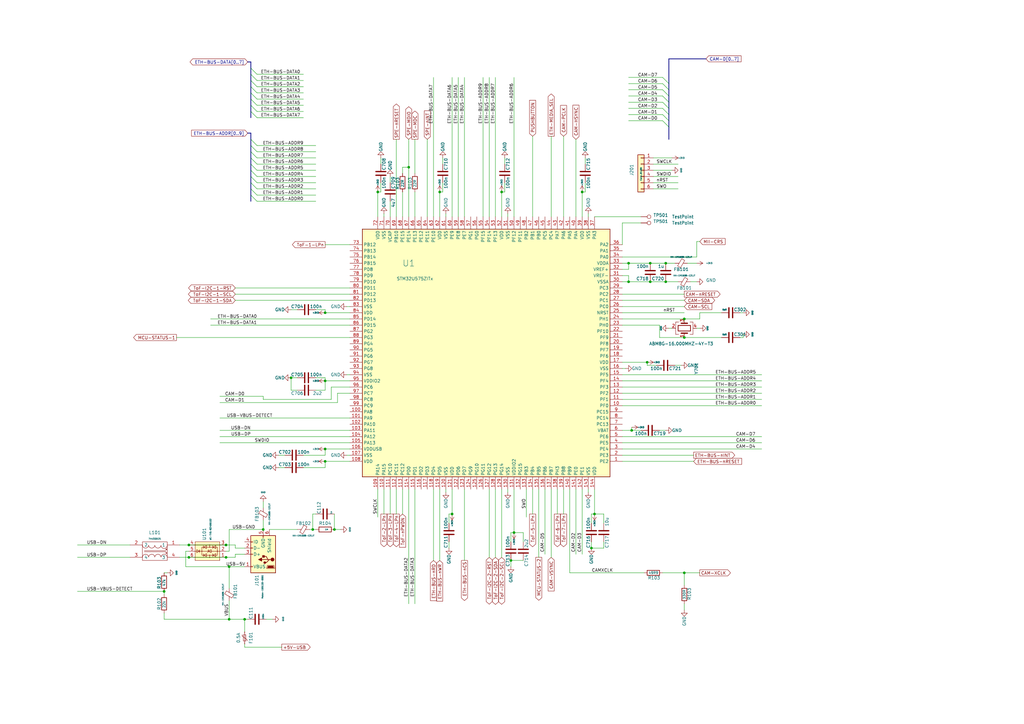
<source format=kicad_sch>
(kicad_sch (version 20230121) (generator eeschema)
  (paper "A3")
  (junction (at 180.34 78.74))
  (junction (at 107.95 217.17))
  (junction (at 93.98 254))
  (junction (at 154.94 78.74))
  (junction (at 100.33 254))
  (junction (at 273.05 107.95))
  (junction (at 77.47 223.52))
  (junction (at 92.71 228.6))
  (junction (at 209.55 229.87))
  (junction (at 93.98 232.41))
  (junction (at 265.43 148.59))
  (junction (at 280.67 138.43))
  (junction (at 137.16 217.17))
  (junction (at 266.7 107.95))
  (junction (at 167.64 68.58))
  (junction (at 243.84 210.82))
  (junction (at 280.67 130.81))
  (junction (at 257.81 115.57))
  (junction (at 133.35 189.23))
  (junction (at 259.08 176.53))
  (junction (at 185.42 210.82))
  (junction (at 238.76 78.74))
  (junction (at 210.82 218.44))
  (junction (at 92.71 223.52))
  (junction (at 280.67 234.95))
  (junction (at 119.38 154.94))
  (junction (at 128.27 217.17))
  (junction (at 133.35 184.15))
  (junction (at 133.35 128.27))
  (junction (at 77.47 228.6))
  (junction (at 205.74 78.74))
  (junction (at 266.7 115.57))
  (junction (at 273.05 115.57))
  (junction (at 133.35 156.21))
  (junction (at 257.81 107.95))
  (junction (at 67.31 242.57))
  (junction (at 242.57 224.79))
  (bus_entry (at 105.41 38.1) (size -2.54 -2.54))
  (bus_entry (at 105.41 80.01) (size -2.54 -2.54))
  (bus_entry (at 105.41 33.02) (size -2.54 -2.54))
  (bus_entry (at 271.78 36.83) (size 2.54 2.54))
  (bus_entry (at 105.41 69.85) (size -2.54 -2.54))
  (bus_entry (at 105.41 62.23) (size -2.54 -2.54))
  (bus_entry (at 105.41 35.56) (size -2.54 -2.54))
  (bus_entry (at 105.41 59.69) (size -2.54 -2.54))
  (bus_entry (at 105.41 30.48) (size -2.54 -2.54))
  (bus_entry (at 105.41 64.77) (size -2.54 -2.54))
  (bus_entry (at 271.78 31.75) (size 2.54 2.54))
  (bus_entry (at 105.41 74.93) (size -2.54 -2.54))
  (bus_entry (at 271.78 39.37) (size 2.54 2.54))
  (bus_entry (at 105.41 82.55) (size -2.54 -2.54))
  (bus_entry (at 271.78 34.29) (size 2.54 2.54))
  (bus_entry (at 271.78 46.99) (size 2.54 2.54))
  (bus_entry (at 105.41 43.18) (size -2.54 -2.54))
  (bus_entry (at 105.41 67.31) (size -2.54 -2.54))
  (bus_entry (at 105.41 48.26) (size -2.54 -2.54))
  (bus_entry (at 271.78 44.45) (size 2.54 2.54))
  (bus_entry (at 105.41 72.39) (size -2.54 -2.54))
  (bus_entry (at 105.41 40.64) (size -2.54 -2.54))
  (bus_entry (at 105.41 77.47) (size -2.54 -2.54))
  (bus_entry (at 271.78 49.53) (size 2.54 2.54))
  (bus_entry (at 271.78 41.91) (size 2.54 2.54))
  (bus_entry (at 105.41 45.72) (size -2.54 -2.54))
  (wire (pts (xy 129.54 80.01) (xy 105.41 80.01)))
  (wire (pts (xy 180.34 200.66) (xy 180.34 229.87)))
  (wire (pts (xy 162.56 200.66) (xy 162.56 210.82)))
  (wire (pts (xy 285.75 99.06) (xy 287.02 99.06)))
  (wire (pts (xy 267.97 69.85) (xy 275.59 69.85)))
  (wire (pts (xy 133.35 160.02) (xy 133.35 156.21)))
  (wire (pts (xy 209.55 232.41) (xy 209.55 229.87)))
  (bus (pts (xy 102.87 25.4) (xy 102.87 27.94)))
  (wire (pts (xy 255.27 163.83) (xy 312.42 163.83)))
  (wire (pts (xy 143.51 181.61) (xy 90.17 181.61)))
  (wire (pts (xy 210.82 218.44) (xy 210.82 200.66)))
  (wire (pts (xy 257.81 49.53) (xy 271.78 49.53)))
  (wire (pts (xy 93.98 232.41) (xy 100.33 232.41)))
  (wire (pts (xy 157.48 87.63) (xy 157.48 88.9)))
  (wire (pts (xy 287.02 130.81) (xy 280.67 130.81)))
  (bus (pts (xy 102.87 77.47) (xy 102.87 74.93)))
  (wire (pts (xy 280.67 234.95) (xy 287.02 234.95)))
  (wire (pts (xy 257.81 44.45) (xy 271.78 44.45)))
  (wire (pts (xy 209.55 218.44) (xy 210.82 218.44)))
  (wire (pts (xy 143.51 130.81) (xy 86.36 130.81)))
  (wire (pts (xy 129.54 72.39) (xy 105.41 72.39)))
  (wire (pts (xy 273.05 107.95) (xy 276.86 107.95)))
  (wire (pts (xy 76.2 232.41) (xy 76.2 226.06)))
  (wire (pts (xy 208.28 201.93) (xy 208.28 200.66)))
  (wire (pts (xy 203.2 200.66) (xy 203.2 228.6)))
  (wire (pts (xy 67.31 243.84) (xy 67.31 242.57)))
  (bus (pts (xy 101.6 25.4) (xy 102.87 25.4)))
  (wire (pts (xy 281.94 107.95) (xy 285.75 107.95)))
  (wire (pts (xy 127 217.17) (xy 128.27 217.17)))
  (wire (pts (xy 124.46 45.72) (xy 105.41 45.72)))
  (wire (pts (xy 287.02 128.27) (xy 287.02 130.81)))
  (wire (pts (xy 177.8 88.9) (xy 177.8 31.75)))
  (wire (pts (xy 181.61 64.77) (xy 181.61 67.31)))
  (wire (pts (xy 124.46 30.48) (xy 105.41 30.48)))
  (wire (pts (xy 31.75 242.57) (xy 67.31 242.57)))
  (wire (pts (xy 184.15 210.82) (xy 185.42 210.82)))
  (bus (pts (xy 274.32 24.13) (xy 274.32 34.29)))
  (wire (pts (xy 138.43 161.29) (xy 138.43 165.1)))
  (wire (pts (xy 105.41 62.23) (xy 129.54 62.23)))
  (wire (pts (xy 267.97 74.93) (xy 278.13 74.93)))
  (wire (pts (xy 209.55 222.25) (xy 209.55 218.44)))
  (wire (pts (xy 121.92 160.02) (xy 119.38 160.02)))
  (wire (pts (xy 133.35 156.21) (xy 143.51 156.21)))
  (wire (pts (xy 238.76 200.66) (xy 238.76 227.33)))
  (wire (pts (xy 215.9 212.09) (xy 215.9 200.66)))
  (wire (pts (xy 100.33 224.79) (xy 96.52 224.79)))
  (wire (pts (xy 128.27 217.17) (xy 128.27 210.82)))
  (wire (pts (xy 255.27 179.07) (xy 312.42 179.07)))
  (wire (pts (xy 119.38 160.02) (xy 119.38 154.94)))
  (wire (pts (xy 111.76 254) (xy 109.22 254)))
  (wire (pts (xy 93.98 217.17) (xy 107.95 217.17)))
  (wire (pts (xy 280.67 120.65) (xy 255.27 120.65)))
  (wire (pts (xy 247.65 224.79) (xy 242.57 224.79)))
  (wire (pts (xy 73.66 228.6) (xy 77.47 228.6)))
  (wire (pts (xy 90.17 171.45) (xy 143.51 171.45)))
  (bus (pts (xy 102.87 69.85) (xy 102.87 67.31)))
  (wire (pts (xy 256.54 151.13) (xy 255.27 151.13)))
  (wire (pts (xy 236.22 200.66) (xy 236.22 227.33)))
  (wire (pts (xy 100.33 227.33) (xy 96.52 227.33)))
  (wire (pts (xy 129.54 160.02) (xy 133.35 160.02)))
  (wire (pts (xy 303.53 128.27) (xy 304.8 128.27)))
  (wire (pts (xy 280.67 128.27) (xy 255.27 128.27)))
  (wire (pts (xy 190.5 229.87) (xy 190.5 200.66)))
  (wire (pts (xy 247.65 222.25) (xy 247.65 224.79)))
  (wire (pts (xy 185.42 88.9) (xy 185.42 31.75)))
  (wire (pts (xy 255.27 133.35) (xy 270.51 133.35)))
  (wire (pts (xy 242.57 210.82) (xy 243.84 210.82)))
  (wire (pts (xy 170.18 200.66) (xy 170.18 247.65)))
  (wire (pts (xy 165.1 71.12) (xy 165.1 68.58)))
  (wire (pts (xy 280.67 138.43) (xy 270.51 138.43)))
  (wire (pts (xy 285.75 105.41) (xy 255.27 105.41)))
  (wire (pts (xy 175.26 57.15) (xy 175.26 88.9)))
  (wire (pts (xy 129.54 127) (xy 133.35 127)))
  (wire (pts (xy 143.51 179.07) (xy 90.17 179.07)))
  (bus (pts (xy 102.87 30.48) (xy 102.87 27.94)))
  (wire (pts (xy 128.27 217.17) (xy 129.54 217.17)))
  (wire (pts (xy 233.68 234.95) (xy 264.16 234.95)))
  (wire (pts (xy 275.59 134.62) (xy 274.32 134.62)))
  (bus (pts (xy 102.87 64.77) (xy 102.87 67.31)))
  (wire (pts (xy 208.28 87.63) (xy 208.28 88.9)))
  (wire (pts (xy 165.1 210.82) (xy 165.1 200.66)))
  (bus (pts (xy 274.32 46.99) (xy 274.32 44.45)))
  (wire (pts (xy 255.27 181.61) (xy 312.42 181.61)))
  (wire (pts (xy 170.18 78.74) (xy 170.18 88.9)))
  (wire (pts (xy 257.81 31.75) (xy 271.78 31.75)))
  (wire (pts (xy 156.21 78.74) (xy 154.94 78.74)))
  (wire (pts (xy 129.54 210.82) (xy 128.27 210.82)))
  (wire (pts (xy 124.46 186.69) (xy 133.35 186.69)))
  (wire (pts (xy 241.3 87.63) (xy 241.3 88.9)))
  (wire (pts (xy 133.35 128.27) (xy 143.51 128.27)))
  (wire (pts (xy 231.14 88.9) (xy 231.14 55.88)))
  (wire (pts (xy 257.81 110.49) (xy 255.27 110.49)))
  (wire (pts (xy 93.98 254) (xy 100.33 254)))
  (wire (pts (xy 255.27 189.23) (xy 284.48 189.23)))
  (wire (pts (xy 243.84 210.82) (xy 243.84 200.66)))
  (wire (pts (xy 138.43 165.1) (xy 90.17 165.1)))
  (wire (pts (xy 129.54 69.85) (xy 105.41 69.85)))
  (wire (pts (xy 93.98 246.38) (xy 93.98 254)))
  (wire (pts (xy 107.95 213.36) (xy 107.95 217.17)))
  (bus (pts (xy 102.87 40.64) (xy 102.87 38.1)))
  (wire (pts (xy 181.61 74.93) (xy 181.61 78.74)))
  (wire (pts (xy 129.54 74.93) (xy 105.41 74.93)))
  (wire (pts (xy 265.43 148.59) (xy 255.27 148.59)))
  (wire (pts (xy 257.81 34.29) (xy 271.78 34.29)))
  (wire (pts (xy 160.02 88.9) (xy 160.02 82.55)))
  (wire (pts (xy 114.3 186.69) (xy 116.84 186.69)))
  (wire (pts (xy 214.63 218.44) (xy 210.82 218.44)))
  (wire (pts (xy 267.97 67.31) (xy 278.13 67.31)))
  (wire (pts (xy 241.3 201.93) (xy 241.3 200.66)))
  (bus (pts (xy 102.87 45.72) (xy 102.87 43.18)))
  (wire (pts (xy 214.63 222.25) (xy 214.63 218.44)))
  (wire (pts (xy 72.39 138.43) (xy 143.51 138.43)))
  (wire (pts (xy 181.61 78.74) (xy 180.34 78.74)))
  (wire (pts (xy 255.27 113.03) (xy 257.81 113.03)))
  (bus (pts (xy 274.32 49.53) (xy 274.32 46.99)))
  (wire (pts (xy 124.46 35.56) (xy 105.41 35.56)))
  (wire (pts (xy 124.46 43.18) (xy 105.41 43.18)))
  (bus (pts (xy 274.32 44.45) (xy 274.32 41.91)))
  (wire (pts (xy 280.67 130.81) (xy 280.67 132.08)))
  (wire (pts (xy 124.46 48.26) (xy 105.41 48.26)))
  (wire (pts (xy 77.47 226.06) (xy 76.2 226.06)))
  (wire (pts (xy 265.43 149.86) (xy 265.43 148.59)))
  (wire (pts (xy 93.98 232.41) (xy 93.98 241.3)))
  (wire (pts (xy 135.89 158.75) (xy 135.89 163.83)))
  (wire (pts (xy 156.21 74.93) (xy 156.21 78.74)))
  (wire (pts (xy 143.51 158.75) (xy 135.89 158.75)))
  (bus (pts (xy 274.32 24.13) (xy 289.56 24.13)))
  (wire (pts (xy 124.46 40.64) (xy 105.41 40.64)))
  (wire (pts (xy 273.05 176.53) (xy 270.51 176.53)))
  (wire (pts (xy 218.44 200.66) (xy 218.44 210.82)))
  (wire (pts (xy 205.74 200.66) (xy 205.74 228.6)))
  (wire (pts (xy 160.02 200.66) (xy 160.02 210.82)))
  (bus (pts (xy 102.87 38.1) (xy 102.87 35.56)))
  (wire (pts (xy 165.1 78.74) (xy 165.1 88.9)))
  (wire (pts (xy 257.81 107.95) (xy 266.7 107.95)))
  (wire (pts (xy 133.35 154.94) (xy 133.35 156.21)))
  (wire (pts (xy 133.35 191.77) (xy 133.35 189.23)))
  (wire (pts (xy 295.91 138.43) (xy 280.67 138.43)))
  (bus (pts (xy 102.87 80.01) (xy 102.87 77.47)))
  (wire (pts (xy 267.97 64.77) (xy 275.59 64.77)))
  (wire (pts (xy 105.41 77.47) (xy 129.54 77.47)))
  (wire (pts (xy 182.88 87.63) (xy 182.88 88.9)))
  (wire (pts (xy 180.34 78.74) (xy 180.34 88.9)))
  (wire (pts (xy 279.4 149.86) (xy 276.86 149.86)))
  (wire (pts (xy 133.35 184.15) (xy 143.51 184.15)))
  (wire (pts (xy 139.7 217.17) (xy 137.16 217.17)))
  (wire (pts (xy 190.5 88.9) (xy 190.5 31.75)))
  (wire (pts (xy 114.3 191.77) (xy 116.84 191.77)))
  (wire (pts (xy 154.94 78.74) (xy 154.94 88.9)))
  (wire (pts (xy 182.88 201.93) (xy 182.88 200.66)))
  (wire (pts (xy 96.52 224.79) (xy 96.52 223.52)))
  (wire (pts (xy 270.51 133.35) (xy 270.51 138.43)))
  (wire (pts (xy 280.67 123.19) (xy 255.27 123.19)))
  (wire (pts (xy 143.51 123.19) (xy 96.52 123.19)))
  (bus (pts (xy 102.87 72.39) (xy 102.87 69.85)))
  (wire (pts (xy 231.14 200.66) (xy 231.14 210.82)))
  (wire (pts (xy 210.82 88.9) (xy 210.82 31.75)))
  (wire (pts (xy 273.05 115.57) (xy 278.13 115.57)))
  (wire (pts (xy 236.22 88.9) (xy 236.22 57.15)))
  (wire (pts (xy 121.92 217.17) (xy 110.49 217.17)))
  (wire (pts (xy 124.46 38.1) (xy 105.41 38.1)))
  (wire (pts (xy 154.94 212.09) (xy 154.94 200.66)))
  (wire (pts (xy 93.98 226.06) (xy 93.98 217.17)))
  (wire (pts (xy 257.81 115.57) (xy 257.81 113.03)))
  (wire (pts (xy 267.97 72.39) (xy 278.13 72.39)))
  (wire (pts (xy 255.27 153.67) (xy 312.42 153.67)))
  (wire (pts (xy 259.08 176.53) (xy 255.27 176.53)))
  (wire (pts (xy 100.33 254) (xy 100.33 259.08)))
  (wire (pts (xy 133.35 189.23) (xy 143.51 189.23)))
  (wire (pts (xy 280.67 125.73) (xy 255.27 125.73)))
  (wire (pts (xy 259.08 176.53) (xy 259.08 175.26)))
  (wire (pts (xy 92.71 226.06) (xy 93.98 226.06)))
  (bus (pts (xy 274.32 57.15) (xy 274.32 52.07)))
  (wire (pts (xy 133.35 186.69) (xy 133.35 184.15)))
  (bus (pts (xy 274.32 36.83) (xy 274.32 34.29)))
  (wire (pts (xy 203.2 88.9) (xy 203.2 31.75)))
  (wire (pts (xy 280.67 240.03) (xy 280.67 234.95)))
  (wire (pts (xy 100.33 265.43) (xy 115.57 265.43)))
  (bus (pts (xy 102.87 62.23) (xy 102.87 64.77)))
  (wire (pts (xy 77.47 228.6) (xy 92.71 228.6)))
  (wire (pts (xy 304.8 138.43) (xy 304.8 137.16)))
  (wire (pts (xy 200.66 200.66) (xy 200.66 228.6)))
  (wire (pts (xy 280.67 247.65) (xy 280.67 250.19)))
  (wire (pts (xy 143.51 118.11) (xy 96.52 118.11)))
  (wire (pts (xy 100.33 254) (xy 101.6 254)))
  (wire (pts (xy 143.51 176.53) (xy 90.17 176.53)))
  (wire (pts (xy 167.64 68.58) (xy 167.64 88.9)))
  (wire (pts (xy 142.24 153.67) (xy 143.51 153.67)))
  (wire (pts (xy 285.75 115.57) (xy 283.21 115.57)))
  (bus (pts (xy 102.87 54.61) (xy 101.6 54.61)))
  (bus (pts (xy 274.32 52.07) (xy 274.32 49.53)))
  (bus (pts (xy 102.87 57.15) (xy 102.87 59.69)))
  (wire (pts (xy 92.71 228.6) (xy 96.52 228.6)))
  (wire (pts (xy 76.2 232.41) (xy 93.98 232.41)))
  (bus (pts (xy 102.87 74.93) (xy 102.87 72.39)))
  (wire (pts (xy 31.75 223.52) (xy 53.34 223.52)))
  (wire (pts (xy 100.33 264.16) (xy 100.33 265.43)))
  (wire (pts (xy 165.1 68.58) (xy 167.64 68.58)))
  (wire (pts (xy 304.8 138.43) (xy 303.53 138.43)))
  (bus (pts (xy 102.87 43.18) (xy 102.87 40.64)))
  (wire (pts (xy 255.27 100.33) (xy 255.27 91.44)))
  (wire (pts (xy 142.24 125.73) (xy 143.51 125.73)))
  (wire (pts (xy 207.01 78.74) (xy 205.74 78.74)))
  (wire (pts (xy 257.81 115.57) (xy 266.7 115.57)))
  (wire (pts (xy 242.57 224.79) (xy 242.57 222.25)))
  (wire (pts (xy 240.03 78.74) (xy 238.76 78.74)))
  (wire (pts (xy 214.63 229.87) (xy 209.55 229.87)))
  (wire (pts (xy 156.21 64.77) (xy 156.21 67.31)))
  (bus (pts (xy 102.87 82.55) (xy 102.87 80.01)))
  (wire (pts (xy 143.51 100.33) (xy 133.35 100.33)))
  (wire (pts (xy 247.65 210.82) (xy 243.84 210.82)))
  (wire (pts (xy 167.64 200.66) (xy 167.64 247.65)))
  (wire (pts (xy 143.51 133.35) (xy 86.36 133.35)))
  (wire (pts (xy 285.75 99.06) (xy 285.75 105.41)))
  (wire (pts (xy 200.66 88.9) (xy 200.66 31.75)))
  (wire (pts (xy 184.15 224.79) (xy 184.15 222.25)))
  (bus (pts (xy 102.87 48.26) (xy 102.87 45.72)))
  (wire (pts (xy 73.66 223.52) (xy 77.47 223.52)))
  (wire (pts (xy 257.81 36.83) (xy 271.78 36.83)))
  (wire (pts (xy 267.97 77.47) (xy 278.13 77.47)))
  (wire (pts (xy 129.54 154.94) (xy 133.35 154.94)))
  (wire (pts (xy 124.46 33.02) (xy 105.41 33.02)))
  (wire (pts (xy 105.41 59.69) (xy 129.54 59.69)))
  (bus (pts (xy 102.87 59.69) (xy 102.87 62.23)))
  (wire (pts (xy 124.46 191.77) (xy 133.35 191.77)))
  (bus (pts (xy 102.87 57.15) (xy 102.87 54.61)))
  (wire (pts (xy 247.65 214.63) (xy 247.65 210.82)))
  (wire (pts (xy 240.03 64.77) (xy 240.03 67.31)))
  (wire (pts (xy 107.95 208.28) (xy 107.95 205.74)))
  (wire (pts (xy 167.64 57.15) (xy 167.64 68.58)))
  (wire (pts (xy 226.06 55.88) (xy 226.06 88.9)))
  (wire (pts (xy 255.27 161.29) (xy 312.42 161.29)))
  (wire (pts (xy 255.27 156.21) (xy 312.42 156.21)))
  (wire (pts (xy 295.91 128.27) (xy 287.02 128.27)))
  (wire (pts (xy 143.51 120.65) (xy 96.52 120.65)))
  (wire (pts (xy 184.15 214.63) (xy 184.15 210.82)))
  (wire (pts (xy 243.84 88.9) (xy 262.89 88.9)))
  (wire (pts (xy 269.24 149.86) (xy 265.43 149.86)))
  (wire (pts (xy 271.78 234.95) (xy 280.67 234.95)))
  (wire (pts (xy 143.51 161.29) (xy 138.43 161.29)))
  (wire (pts (xy 226.06 200.66) (xy 226.06 228.6)))
  (wire (pts (xy 185.42 210.82) (xy 185.42 200.66)))
  (wire (pts (xy 198.12 88.9) (xy 198.12 31.75)))
  (wire (pts (xy 133.35 127) (xy 133.35 128.27)))
  (wire (pts (xy 157.48 200.66) (xy 157.48 210.82)))
  (wire (pts (xy 67.31 254) (xy 93.98 254)))
  (wire (pts (xy 107.95 163.83) (xy 107.95 162.56)))
  (wire (pts (xy 218.44 55.88) (xy 218.44 88.9)))
  (wire (pts (xy 135.89 163.83) (xy 107.95 163.83)))
  (wire (pts (xy 142.24 186.69) (xy 143.51 186.69)))
  (wire (pts (xy 242.57 214.63) (xy 242.57 210.82)))
  (wire (pts (xy 77.47 223.52) (xy 92.71 223.52)))
  (wire (pts (xy 255.27 91.44) (xy 262.89 91.44)))
  (wire (pts (xy 257.81 39.37) (xy 271.78 39.37)))
  (wire (pts (xy 129.54 67.31) (xy 105.41 67.31)))
  (wire (pts (xy 257.81 107.95) (xy 257.81 110.49)))
  (wire (pts (xy 137.16 210.82) (xy 137.16 217.17)))
  (wire (pts (xy 280.67 130.81) (xy 255.27 130.81)))
  (wire (pts (xy 177.8 200.66) (xy 177.8 229.87)))
  (wire (pts (xy 255.27 186.69) (xy 284.48 186.69)))
  (wire (pts (xy 205.74 78.74) (xy 205.74 88.9)))
  (wire (pts (xy 207.01 64.77) (xy 207.01 67.31)))
  (bus (pts (xy 102.87 33.02) (xy 102.87 30.48)))
  (wire (pts (xy 255.27 158.75) (xy 312.42 158.75)))
  (wire (pts (xy 266.7 115.57) (xy 273.05 115.57)))
  (wire (pts (xy 170.18 57.15) (xy 170.18 71.12)))
  (wire (pts (xy 240.03 74.93) (xy 240.03 78.74)))
  (wire (pts (xy 257.81 107.95) (xy 255.27 107.95)))
  (bus (pts (xy 102.87 35.56) (xy 102.87 33.02)))
  (bus (pts (xy 274.32 39.37) (xy 274.32 36.83)))
  (wire (pts (xy 273.05 107.95) (xy 266.7 107.95)))
  (wire (pts (xy 67.31 251.46) (xy 67.31 254)))
  (wire (pts (xy 119.38 154.94) (xy 121.92 154.94)))
  (wire (pts (xy 257.81 115.57) (xy 255.27 115.57)))
  (wire (pts (xy 105.41 64.77) (xy 129.54 64.77)))
  (wire (pts (xy 160.02 72.39) (xy 160.02 74.93)))
  (wire (pts (xy 287.02 134.62) (xy 285.75 134.62)))
  (wire (pts (xy 255.27 184.15) (xy 312.42 184.15)))
  (wire (pts (xy 107.95 162.56) (xy 90.17 162.56)))
  (wire (pts (xy 223.52 200.66) (xy 223.52 227.33)))
  (wire (pts (xy 228.6 200.66) (xy 228.6 210.82)))
  (wire (pts (xy 238.76 78.74) (xy 238.76 88.9)))
  (wire (pts (xy 162.56 57.15) (xy 162.56 88.9)))
  (wire (pts (xy 96.52 227.33) (xy 96.52 228.6)))
  (wire (pts (xy 92.71 223.52) (xy 96.52 223.52)))
  (wire (pts (xy 257.81 41.91) (xy 271.78 41.91)))
  (wire (pts (xy 119.38 127) (xy 121.92 127)))
  (bus (pts (xy 274.32 41.91) (xy 274.32 39.37)))
  (wire (pts (xy 233.68 234.95) (xy 233.68 200.66)))
  (wire (pts (xy 255.27 166.37) (xy 312.42 166.37)))
  (wire (pts (xy 129.54 82.55) (xy 105.41 82.55)))
  (wire (pts (xy 262.89 176.53) (xy 259.08 176.53)))
  (wire (pts (xy 31.75 228.6) (xy 53.34 228.6)))
  (wire (pts (xy 220.98 228.6) (xy 220.98 200.66)))
  (wire (pts (xy 257.81 46.99) (xy 271.78 46.99)))
  (wire (pts (xy 207.01 74.93) (xy 207.01 78.74)))
  (wire (pts (xy 187.96 88.9) (xy 187.96 31.75)))
  (wire (pts (xy 67.31 234.95) (xy 68.58 234.95)))
  (label "SWO" (at 269.24 77.47 0))
  (label "ETH-BUS-ADDR6" (at 210.82 50.8 90))
  (label "CAM-D1" (at 261.62 46.99 0))
  (label "ETH-BUS-DATA2" (at 123.19 35.56 180))
  (label "ETH-BUS-DATA5" (at 123.19 43.18 180))
  (label "ETH-BUS-DATA1" (at 123.19 33.02 180))
  (label "SWDIO" (at 269.24 72.39 0))
  (label "ETH-BUS-ADDR0" (at 293.37 166.37 0))
  (label "ETH-BUS-ADDR7" (at 124.46 64.77 180))
  (label "ETH-BUS-DATA1" (at 105.41 133.35 180))
  (label "ETH-BUS-ADDR1" (at 293.37 163.83 0))
  (label "USB-GND" (at 95.25 217.17 0))
  (label "ETH-BUS-ADDR4" (at 124.46 72.39 180))
  (label "CAM-D6" (at 309.88 181.61 180))
  (label "ETH-BUS-DATA3" (at 123.19 38.1 180))
  (label "ETH-BUS-DATA6" (at 123.19 45.72 180))
  (label "CAM-D7" (at 261.62 31.75 0))
  (label "CAM-D2" (at 261.62 44.45 0))
  (label "ETH-BUS-DATA3" (at 170.18 228.6 270))
  (label "ETH-BUS-ADDR5" (at 124.46 69.85 180))
  (label "CAMXCLK" (at 251.46 234.95 180))
  (label "ETH-BUS-ADDR7" (at 203.2 50.8 90))
  (label "SWCLK" (at 269.24 67.31 0))
  (label "CAM-D4" (at 261.62 39.37 0))
  (label "ETH-BUS-ADDR4" (at 293.37 156.21 0))
  (label "USB-DN" (at 102.87 176.53 180))
  (label "SWDIO" (at 110.49 181.61 180))
  (label "USB-DN" (at 35.56 223.52 0))
  (label "ETH-BUS-DATA7" (at 177.8 50.8 90))
  (label "SWCLK" (at 154.94 204.47 270))
  (label "ETH-BUS-ADDR3" (at 293.37 158.75 0))
  (label "CAM-D0" (at 261.62 49.53 0))
  (label "ETH-BUS-DATA4" (at 123.19 40.64 180))
  (label "USB-DP" (at 35.56 228.6 0))
  (label "CAM-D5" (at 261.62 36.83 0))
  (label "CAM-D4" (at 309.88 184.15 180))
  (label "USB-5V" (at 92.71 232.41 0))
  (label "ETH-BUS-ADDR2" (at 124.46 77.47 180))
  (label "ETH-BUS-ADDR0" (at 124.46 82.55 180))
  (label "USB-VBUS-DETECT" (at 35.56 242.57 0))
  (label "ETH-BUS-DATA0" (at 123.19 30.48 180))
  (label "ETH-BUS-DATA5" (at 187.96 50.8 90))
  (label "ETH-BUS-ADDR9" (at 124.46 59.69 180))
  (label "nRST" (at 276.86 128.27 180))
  (label "CAM-D0" (at 100.33 162.56 180))
  (label "USB-DP" (at 102.87 179.07 180))
  (label "CAM-D2" (at 236.22 218.44 270))
  (label "ETH-BUS-ADDR8" (at 200.66 50.8 90))
  (label "CAM-D3" (at 238.76 218.44 270))
  (label "ETH-BUS-ADDR1" (at 124.46 80.01 180))
  (label "ETH-BUS-ADDR8" (at 124.46 62.23 180))
  (label "CAM-D3" (at 261.62 41.91 0))
  (label "nRST" (at 269.24 74.93 0))
  (label "ETH-BUS-ADDR6" (at 124.46 67.31 180))
  (label "SWO" (at 215.9 204.47 270))
  (label "ETH-BUS-DATA2" (at 167.64 228.6 270))
  (label "CAM-D1" (at 100.33 165.1 180))
  (label "ETH-BUS-ADDR3" (at 124.46 74.93 180))
  (label "CAM-D6" (at 261.62 34.29 0))
  (label "ETH-BUS-ADDR2" (at 293.37 161.29 0))
  (label "CAM-D5" (at 223.52 218.44 270))
  (label "ETH-BUS-ADDR5" (at 293.37 153.67 0))
  (label "USB-VBUS-DETECT" (at 111.76 171.45 180))
  (label "ETH-BUS-DATA6" (at 185.42 50.8 90))
  (label "ETH-BUS-DATA7" (at 123.19 48.26 180))
  (label "ETH-BUS-DATA0" (at 105.41 130.81 180))
  (label "ETH-BUS-DATA4" (at 190.5 50.8 90))
  (label "VBUS" (at 93.98 252.73 90))
  (label "CAM-D7" (at 309.88 179.07 180))
  (label "ETH-BUS-ADDR9" (at 198.12 50.8 90))
  (global_label "CAM-PCLK" (shape input) (at 231.14 55.88 90) (property "Intersheetrefs" "${INTERSHEET_REFS}" (at 231.14 42.6743 90) (effects (justify left))))
  (global_label "PUSHBUTTON" (shape input) (at 218.44 55.88 90) (property "Intersheetrefs" "${INTERSHEET_REFS}" (at 218.44 40.5576 90) (effects (justify left))))
  (global_label "ToF-nPWDN" (shape input) (at 165.1 210.82 270) (property "Intersheetrefs" "${INTERSHEET_REFS}" (at 165.1 225.0537 90) (effects (justify right))))
  (global_label "ToF-2-LPn" (shape output) (at 157.48 210.82 270) (property "Intersheetrefs" "${INTERSHEET_REFS}" (at 157.48 224.8118 90) (effects (justify right))))
  (global_label "ToF-7-LPn" (shape output) (at 231.14 210.82 270) (property "Intersheetrefs" "${INTERSHEET_REFS}" (at 231.14 224.8118 90) (effects (justify right))))
  (global_label "CAM-D[0..7]" (shape input) (at 289.56 24.13 0) (property "Intersheetrefs" "${INTERSHEET_REFS}" (at 304.5196 24.13 0) (effects (justify left))))
  (global_label "ToF-I2C-2-RST" (shape bidirectional) (at 200.66 228.6 270) (property "Intersheetrefs" "${INTERSHEET_REFS}" (at 200.66 248.3598 90) (effects (justify right))))
  (global_label "ToF-3-LPn" (shape output) (at 160.02 210.82 270) (property "Intersheetrefs" "${INTERSHEET_REFS}" (at 160.02 224.8118 90) (effects (justify right))))
  (global_label "MCU-STATUS-2" (shape output) (at 220.98 228.6 270) (property "Intersheetrefs" "${INTERSHEET_REFS}" (at 220.98 246.7647 90) (effects (justify right))))
  (global_label "CAM-XCLK" (shape output) (at 287.02 234.95 0) (property "Intersheetrefs" "${INTERSHEET_REFS}" (at 300.1652 234.95 0) (effects (justify left))))
  (global_label "CAM-SDA" (shape bidirectional) (at 280.67 123.19 0) (property "Intersheetrefs" "${INTERSHEET_REFS}" (at 293.717 123.19 0) (effects (justify left))))
  (global_label "ToF-5-LPn" (shape output) (at 218.44 210.82 270) (property "Intersheetrefs" "${INTERSHEET_REFS}" (at 218.44 224.8118 90) (effects (justify right))))
  (global_label "CAM-SCL" (shape input) (at 280.67 125.73 0) (property "Intersheetrefs" "${INTERSHEET_REFS}" (at 292.5452 125.73 0) (effects (justify left))))
  (global_label "ETH-BUS-DATA[0..7]" (shape bidirectional) (at 101.6 25.4 180) (property "Intersheetrefs" "${INTERSHEET_REFS}" (at 77.4442 25.4 0) (effects (justify right))))
  (global_label "SPE-nRESET" (shape output) (at 162.56 57.15 90) (property "Intersheetrefs" "${INTERSHEET_REFS}" (at 162.56 42.0698 90) (effects (justify left))))
  (global_label "ToF-4-LPn" (shape output) (at 162.56 210.82 270) (property "Intersheetrefs" "${INTERSHEET_REFS}" (at 162.56 224.8118 90) (effects (justify right))))
  (global_label "MII-CRS" (shape input) (at 287.02 99.06 0) (property "Intersheetrefs" "${INTERSHEET_REFS}" (at 297.9881 99.06 0) (effects (justify left))))
  (global_label "ETH-BUS-nRD" (shape input) (at 177.8 229.87 270) (property "Intersheetrefs" "${INTERSHEET_REFS}" (at 177.8 246.9461 90) (effects (justify right))))
  (global_label "ETH-BUS-nWR" (shape input) (at 180.34 229.87 270) (property "Intersheetrefs" "${INTERSHEET_REFS}" (at 180.34 247.1275 90) (effects (justify right))))
  (global_label "SPE-MDIO" (shape bidirectional) (at 167.64 57.15 90) (property "Intersheetrefs" "${INTERSHEET_REFS}" (at 167.64 43.1959 90) (effects (justify left))))
  (global_label "ETH-BUS-nINT" (shape output) (at 284.48 186.69 0) (property "Intersheetrefs" "${INTERSHEET_REFS}" (at 301.919 186.69 0) (effects (justify left))))
  (global_label "ToF-I2C-2-SCL" (shape bidirectional) (at 205.74 228.6 270) (property "Intersheetrefs" "${INTERSHEET_REFS}" (at 205.74 248.4203 90) (effects (justify right))))
  (global_label "SPE-nINT" (shape input) (at 175.26 57.15 90) (property "Intersheetrefs" "${INTERSHEET_REFS}" (at 175.26 44.912 90) (effects (justify left))) (property "Odnośniki między arkuszami" "${INTERSHEET_REFS}" (effects hide)))
  (global_label "ToF-I2C-1-RST" (shape bidirectional) (at 96.52 118.11 180) (property "Intersheetrefs" "${INTERSHEET_REFS}" (at 76.7602 118.11 0) (effects (justify right))))
  (global_label "CAM-VSYNC" (shape input) (at 226.06 228.6 270) (property "Intersheetrefs" "${INTERSHEET_REFS}" (at 226.06 242.9548 90) (effects (justify right))))
  (global_label "+5V-USB" (shape output) (at 115.57 265.43 0) (property "Intersheetrefs" "${INTERSHEET_REFS}" (at 127.7287 265.43 0) (effects (justify left))))
  (global_label "CAM-HSYNC" (shape input) (at 236.22 57.15 90) (property "Intersheetrefs" "${INTERSHEET_REFS}" (at 236.22 42.5533 90) (effects (justify left))))
  (global_label "MCU-STATUS-1" (shape output) (at 72.39 138.43 180) (property "Intersheetrefs" "${INTERSHEET_REFS}" (at 54.2253 138.43 0) (effects (justify right))))
  (global_label "ETH-BUS-ADDR[0..9]" (shape input) (at 101.6 54.61 180) (property "Intersheetrefs" "${INTERSHEET_REFS}" (at 78.0717 54.61 0) (effects (justify right))))
  (global_label "ETH-BUS-nCS" (shape output) (at 190.5 229.87 270) (property "Intersheetrefs" "${INTERSHEET_REFS}" (at 190.5 246.8856 90) (effects (justify right))))
  (global_label "ETH-MEDIA_SEL" (shape output) (at 226.06 55.88 90) (property "Intersheetrefs" "${INTERSHEET_REFS}" (at 226.06 37.9573 90) (effects (justify left))))
  (global_label "ToF-6-LPn" (shape output) (at 228.6 210.82 270) (property "Intersheetrefs" "${INTERSHEET_REFS}" (at 228.6 224.8118 90) (effects (justify right))))
  (global_label "ToF-1-LPn" (shape output) (at 133.35 100.33 180) (property "Intersheetrefs" "${INTERSHEET_REFS}" (at 119.3582 100.33 0) (effects (justify right))))
  (global_label "CAM-nRESET" (shape output) (at 280.67 120.65 0) (property "Intersheetrefs" "${INTERSHEET_REFS}" (at 295.9317 120.65 0) (effects (justify left))))
  (global_label "ETH-BUS-nRESET" (shape input) (at 284.48 189.23 0) (property "Intersheetrefs" "${INTERSHEET_REFS}" (at 304.7612 189.23 0) (effects (justify left))))
  (global_label "ToF-I2C-1-SDA" (shape bidirectional) (at 96.52 123.19 180) (property "Intersheetrefs" "${INTERSHEET_REFS}" (at 76.6392 123.19 0) (effects (justify right))))
  (global_label "ToF-I2C-1-SCL" (shape bidirectional) (at 96.52 120.65 180) (property "Intersheetrefs" "${INTERSHEET_REFS}" (at 76.6997 120.65 0) (effects (justify right))))
  (global_label "ToF-I2C-2-SDA" (shape bidirectional) (at 203.2 228.6 270) (property "Intersheetrefs" "${INTERSHEET_REFS}" (at 203.2 248.4808 90) (effects (justify right))))
  (global_label "SPE-MDC" (shape output) (at 170.18 57.15 90) (property "Intersheetrefs" "${INTERSHEET_REFS}" (at 170.18 44.9725 90) (effects (justify left))))
  (symbol (lib_id "Device:C") (at 207.01 71.12 0) (unit 1)
    (property "Reference" "C712" (at 208.28 69.85 90) (effects (justify left)))
    (property "Value" "100n" (at 208.28 77.47 90) (effects (justify left)))
    (property "Footprint" "Capacitor_SMD:C_0402_1005Metric" (effects hide))
  )
  (symbol (lib_id "power:GND") (at 111.76 254 90) (unit 1)
    (property "Reference" "#PWR0116" (effects hide))
    (property "Value" "GND" (at 116.1542 253.873 0) (effects (font (size 0.6 0.6))))
    (instances (project "gateway-LoRa-T1L" (path "" (reference "#PWR0116") (unit 1))) (project "ToffeeCam" (path "" (reference "#PWR031") (unit 1)) (path "" (reference "#PWR0703") (unit 1))))
  )
  (symbol (lib_name "GND_1") (lib_id "power:GND") (at 279.4 149.86 90) (unit 1)
    (property "Reference" "#PWR0745" (effects hide))
    (property "Value" "GND" (at 281.94 149.86 90) (effects (justify right)))
  )
  (symbol (lib_name "GND_1") (lib_id "power:GND") (at 114.3 191.77 270) (unit 1)
    (property "Reference" "#PWR0705" (effects hide))
    (property "Value" "GND" (at 111.76 191.77 90) (effects (justify right)))
  )
  (symbol (lib_name "GND_1") (lib_id "power:GND") (at 184.15 224.79 0) (unit 1)
    (property "Reference" "#PWR0724" (effects hide))
    (property "Value" "GND" (at 184.15 227.33 90) (effects (justify right)))
  )
  (symbol (lib_id "Device:C") (at 242.57 218.44 180) (unit 1)
    (property "Reference" "C716" (at 241.3 219.71 90) (effects (justify left)))
    (property "Value" "100n" (at 241.3 212.09 90) (effects (justify left)))
    (property "Footprint" "Capacitor_SMD:C_0402_1005Metric" (effects hide))
  )
  (symbol (lib_id "Device:Ferrite_Bead_Small") (at 280.67 115.57 90) (unit 1)
    (property "Reference" "FB101" (at 280.67 118.11 90))
    (property "Value" "HH-1M1608-121JT" (at 280.67 113.03 90) (effects (font (size 0.6 0.6))))
    (property "Footprint" "Project_Specific_Passives:FB_0603_1608Metric" (effects hide))
    (instances (project "gateway-LoRa-T1L" (path "" (reference "FB101") (unit 1))) (project "ToffeeCam" (path "" (reference "FB1") (unit 1)) (path "" (reference "FB705") (unit 1))))
  )
  (symbol (lib_id "Device:C") (at 273.05 149.86 270) (unit 1)
    (property "Reference" "C721" (at 274.32 151.13 90) (effects (justify left)))
    (property "Value" "100n" (at 266.7 151.13 90) (effects (justify left)))
    (property "Footprint" "Capacitor_SMD:C_0402_1005Metric" (effects hide))
  )
  (symbol (lib_name "GND_1") (lib_id "power:GND") (at 241.3 201.93 0) (unit 1)
    (property "Reference" "#PWR0735" (effects hide))
    (property "Value" "GND" (at 241.3 204.47 90) (effects (justify right)))
  )
  (symbol (lib_id "Project_Specific_Power:+3V3") (at 259.08 175.26 270) (unit 1)
    (property "Reference" "#PWR0739" (effects hide))
    (property "Value" "+3V3" (at 261.62 175.26 90) (effects (font (size 0.635 0.635)) (justify left)))
  )
  (symbol (lib_name "GND_1") (lib_id "power:GND") (at 182.88 87.63 180) (unit 1)
    (property "Reference" "#PWR0722" (effects hide))
    (property "Value" "GND" (at 182.88 85.09 90) (effects (justify right)))
  )
  (symbol (lib_id "Connector:TestPoint") (at 262.89 88.9 270) (unit 1)
    (property "Reference" "TP501" (at 267.97 88.265 90) (effects (justify left)))
    (property "Value" "TestPoint" (at 275.59 88.9 90) (effects (justify left)))
    (property "Footprint" "TestPoint:TestPoint_Pad_1.0x1.0mm" (effects hide))
    (instances (project "ToffeeCam" (path "" (reference "TP501") (unit 1)) (path "" (reference "TP701") (unit 1))))
  )
  (symbol (lib_id "Device:Ferrite_Bead_Small") (at 124.46 217.17 90) (unit 1)
    (property "Reference" "FB102" (at 124.46 214.63 90))
    (property "Value" "HH-1M1608-121JT" (at 124.46 219.71 90) (effects (font (size 0.6 0.6))))
    (property "Footprint" "Project_Specific_Passives:FB_0603_1608Metric" (effects hide))
    (instances (project "gateway-LoRa-T1L" (path "" (reference "FB102") (unit 1))) (project "ToffeeCam" (path "" (reference "FB2") (unit 1)) (path "" (reference "FB703") (unit 1))))
  )
  (symbol (lib_id "power:GND") (at 275.59 69.85 90) (unit 1)
    (property "Reference" "#PWR0134" (effects hide))
    (property "Value" "GND" (at 279.4 69.85 0) (effects (font (size 0.6 0.6))))
    (instances (project "RF-SubGHz" (path "" (reference "#PWR0134") (unit 1))) (project "gateway-LoRa-T1L" (path "" (reference "#PWR0134") (unit 1))) (project "ToffeeCam" (path "" (reference "#PWR030") (unit 1)) (path "" (reference "#PWR0744") (unit 1))))
  )
  (symbol (lib_id "power:GND") (at 68.58 234.95 90) (unit 1)
    (property "Reference" "#PWR0117" (effects hide))
    (property "Value" "GND" (at 72.39 234.95 0) (effects (font (size 0.6 0.6))))
    (instances (project "gateway-LoRa-T1L" (path "" (reference "#PWR0117") (unit 1))) (project "ToffeeCam" (path "" (reference "#PWR032") (unit 1)) (path "" (reference "#PWR0701") (unit 1))))
  )
  (symbol (lib_id "Device:Ferrite_Bead_Small") (at 93.98 243.84 0) (unit 1)
    (property "Reference" "FB101" (at 96.52 242.57 90))
    (property "Value" "HH-1M1608-121JT" (at 91.44 243.84 90) (effects (font (size 0.6 0.6))))
    (property "Footprint" "Project_Specific_Passives:FB_0603_1608Metric" (effects hide))
    (instances (project "gateway-LoRa-T1L" (path "" (reference "FB101") (unit 1))) (project "ToffeeCam" (path "" (reference "FB1") (unit 1)) (path "" (reference "FB701") (unit 1))))
  )
  (symbol (lib_id "Project_Specific_STMicroelectronics:STM32U575ZITx") (at 199.39 144.78 180) (unit 1)
    (property "Reference" "U1" (at 167.64 107.95 0) (effects (font (size 2.54 2.54))))
    (property "Value" "STM32U575ZITx" (at 170.18 114.3 0))
    (property "Footprint" "Package_QFP:LQFP-144_20x20mm_P0.5mm" (effects hide))
    (property "Datasheet" "https://www.st.com/resource/en/datasheet/stm32u575zi.pdf" (effects hide))
    (instances (project "ToffeeCam" (path "" (reference "U1") (unit 1)) (path "" (reference "U702") (unit 1))))
  )
  (symbol (lib_id "power:GND") (at 304.8 137.16 90) (unit 1)
    (property "Reference" "#PWR0301" (effects hide))
    (property "Value" "GND" (at 308.61 137.16 0) (effects (font (size 0.6 0.6))))
    (instances (project "Ethernet" (path "" (reference "#PWR0301") (unit 1))) (project "gateway-LoRa-T1L" (path "" (reference "#PWR0301") (unit 1))) (project "ToffeeCam" (path "" (reference "#PWR029") (unit 1)) (path "" (reference "#PWR0235") (unit 1)) (path "" (reference "#PWR0751") (unit 1))))
  )
  (symbol (lib_id "Project_Specific_Power:+3V3") (at 205.74 78.74 0) (unit 1)
    (property "Reference" "#PWR0726" (effects hide))
    (property "Value" "+3V3" (at 205.74 76.2 90) (effects (font (size 0.635 0.635)) (justify left)))
  )
  (symbol (lib_id "Device:R") (at 67.31 238.76 180) (unit 1)
    (property "Reference" "R103" (at 65.278 236.474 90) (effects (justify left)))
    (property "Value" "47k" (at 67.31 237.49 90) (effects (font (size 1.016 1.016)) (justify left)))
    (property "Footprint" "Resistor_SMD:R_0603_1608Metric" (effects hide))
    (instances (project "gateway-LoRa-T1L" (path "" (reference "R103") (unit 1))) (project "ToffeeCam" (path "" (reference "R15") (unit 1)) (path "" (reference "R701") (unit 1))))
  )
  (symbol (lib_id "Device:C") (at 120.65 191.77 90) (unit 1)
    (property "Reference" "C703" (at 119.38 190.5 90) (effects (justify left)))
    (property "Value" "100n" (at 127 190.5 90) (effects (justify left)))
    (property "Footprint" "Capacitor_SMD:C_0402_1005Metric" (effects hide))
  )
  (symbol (lib_id "power:GND") (at 139.7 217.17 90) (unit 1)
    (property "Reference" "#PWR0119" (effects hide))
    (property "Value" "GND" (at 143.51 217.17 0) (effects (font (size 0.6 0.6))))
    (instances (project "gateway-LoRa-T1L" (path "" (reference "#PWR0119") (unit 1))) (project "ToffeeCam" (path "" (reference "#PWR033") (unit 1)) (path "" (reference "#PWR0712") (unit 1))))
  )
  (symbol (lib_name "GND_1") (lib_id "power:GND") (at 256.54 151.13 90) (unit 1)
    (property "Reference" "#PWR0738" (effects hide))
    (property "Value" "GND" (at 259.08 151.13 90) (effects (justify right)))
  )
  (symbol (lib_id "Project_Specific_Power:+3V3") (at 133.35 156.21 90) (unit 1)
    (property "Reference" "#PWR0709" (effects hide))
    (property "Value" "+3V3" (at 130.81 156.21 90) (effects (font (size 0.635 0.635)) (justify left)))
  )
  (symbol (lib_id "Device:Ferrite_Bead_Small") (at 107.95 210.82 0) (unit 1)
    (property "Reference" "FB103" (at 105.41 210.82 90))
    (property "Value" "HH-1M1608-121JT" (at 110.49 210.82 90) (effects (font (size 0.6 0.6))))
    (property "Footprint" "Project_Specific_Passives:FB_0603_1608Metric" (effects hide))
    (instances (project "gateway-LoRa-T1L" (path "" (reference "FB103") (unit 1))) (project "ToffeeCam" (path "" (reference "FB3") (unit 1)) (path "" (reference "FB702") (unit 1))))
  )
  (symbol (lib_id "Device:C") (at 209.55 226.06 180) (unit 1)
    (property "Reference" "C713" (at 208.28 227.33 90) (effects (justify left)))
    (property "Value" "100n" (at 208.28 219.71 90) (effects (justify left)))
    (property "Footprint" "Capacitor_SMD:C_0402_1005Metric" (effects hide))
  )
  (symbol (lib_id "Device:C") (at 156.21 71.12 0) (unit 1)
    (property "Reference" "C708" (at 157.48 69.85 90) (effects (justify left)))
    (property "Value" "100n" (at 157.48 77.47 90) (effects (justify left)))
    (property "Footprint" "Capacitor_SMD:C_0402_1005Metric" (effects hide))
  )
  (symbol (lib_id "Project_Specific_Power:+3V3") (at 180.34 78.74 0) (unit 1)
    (property "Reference" "#PWR0720" (effects hide))
    (property "Value" "+3V3" (at 180.34 76.2 90) (effects (font (size 0.635 0.635)) (justify left)))
  )
  (symbol (lib_name "GND_1") (lib_id "power:GND") (at 142.24 186.69 270) (unit 1)
    (property "Reference" "#PWR0715" (effects hide))
    (property "Value" "GND" (at 139.7 186.69 90) (effects (justify right)))
  )
  (symbol (lib_id "Device:R") (at 67.31 247.65 180) (unit 1)
    (property "Reference" "R102" (at 65.278 245.11 90) (effects (justify left)))
    (property "Value" "22k" (at 67.31 246.38 90) (effects (font (size 1.016 1.016)) (justify left)))
    (property "Footprint" "Resistor_SMD:R_0603_1608Metric" (effects hide))
    (instances (project "gateway-LoRa-T1L" (path "" (reference "R102") (unit 1))) (project "ToffeeCam" (path "" (reference "R14") (unit 1)) (path "" (reference "R702") (unit 1))))
  )
  (symbol (lib_name "GND_1") (lib_id "power:GND") (at 142.24 153.67 270) (unit 1)
    (property "Reference" "#PWR0714" (effects hide))
    (property "Value" "GND" (at 139.7 153.67 90) (effects (justify right)))
  )
  (symbol (lib_name "GND_1") (lib_id "power:GND") (at 207.01 64.77 180) (unit 1)
    (property "Reference" "#PWR0727" (effects hide))
    (property "Value" "GND" (at 207.01 62.23 90) (effects (justify right)))
  )
  (symbol (lib_id "Project_Specific_Power:+3V3") (at 243.84 210.82 180) (unit 1)
    (property "Reference" "#PWR0737" (effects hide))
    (property "Value" "+3V3" (at 243.84 213.36 90) (effects (font (size 0.635 0.635)) (justify left)))
  )
  (symbol (lib_id "Project_Specific_Power:+3V3") (at 133.35 184.15 90) (unit 1)
    (property "Reference" "#PWR0710" (effects hide))
    (property "Value" "+3V3" (at 130.81 184.15 90) (effects (font (size 0.635 0.635)) (justify left)))
  )
  (symbol (lib_id "power:GND") (at 274.32 134.62 270) (unit 1)
    (property "Reference" "#PWR0304" (effects hide))
    (property "Value" "GND" (at 271.145 134.62 0) (effects (font (size 0.6 0.6))))
    (instances (project "Ethernet" (path "" (reference "#PWR0304") (unit 1))) (project "gateway-LoRa-T1L" (path "" (reference "#PWR0304") (unit 1))) (project "ToffeeCam" (path "" (reference "#PWR026") (unit 1)) (path "" (reference "#PWR0242") (unit 1)) (path "" (reference "#PWR0742") (unit 1))))
  )
  (symbol (lib_name "GND_1") (lib_id "power:GND") (at 142.24 125.73 270) (unit 1)
    (property "Reference" "#PWR0713" (effects hide))
    (property "Value" "GND" (at 139.7 125.73 90) (effects (justify right)))
  )
  (symbol (lib_id "Power_Protection:WE-TVS-82400102") (at 85.09 226.06 180) (unit 1)
    (property "Reference" "U101" (at 83.8199 221.615 90) (effects (justify right)))
    (property "Value" "WE-TVS-82400102" (at 86.3599 221.615 90) (effects (font (size 0.6 0.6)) (justify right)))
    (property "Footprint" "Package_TO_SOT_SMD:SOT-23-6" (effects hide))
    (property "Datasheet" "https://katalog.we-online.de/pbs/datasheet/82400102.pdf" (effects hide))
    (instances (project "gateway-LoRa-T1L" (path "" (reference "U101") (unit 1))) (project "ToffeeCam" (path "" (reference "U4") (unit 1)) (path "" (reference "U701") (unit 1))))
  )
  (symbol (lib_id "Device:Crystal_GND24") (at 280.67 134.62 90) (unit 1)
    (property "Reference" "Y701" (at 285.6231 151.13 0))
    (property "Value" "ABM8G-16.000MHZ-4Y-T3" (at 279.4 140.97 90))
    (property "Footprint" "Crystal:Crystal_SMD_Abracon_ABM8G-4Pin_3.2x2.5mm" (effects hide))
  )
  (symbol (lib_id "Project_Specific_Wuerth:744233121") (at 63.5 226.06 180) (unit 1)
    (property "Reference" "L101" (at 63.5 218.44 0))
    (property "Value" "744233121" (at 63.5 220.98 0) (effects (font (size 0.6 0.6))))
    (property "Footprint" "Project_Specific_Wuerth:WE-CNSW_08059" (effects hide))
    (property "Description" "Wurth Elektronik WE-CNSW Series 0.28A 50 V dc 10  1000MHz SMD Power Line Filter, with SMD Terminals" (effects hide))
    (property "Manufacturer_Name" "Wurth Elektronik" (effects hide))
    (property "Manufacturer_Part_Number" "744233121" (effects hide))
    (property "Mouser Part Number" "710-744233121" (effects hide))
    (property "Mouser Price/Stock" "https://www.mouser.co.uk/ProductDetail/Wurth-Elektronik/744233121" (effects hide))
    (instances (project "gateway-LoRa-T1L" (path "" (reference "L101") (unit 1))) (project "ToffeeCam" (path "" (reference "L1") (unit 1)) (path "" (reference "L701") (unit 1))))
  )
  (symbol (lib_name "GND_1") (lib_id "power:GND") (at 209.55 232.41 0) (unit 1)
    (property "Reference" "#PWR0730" (effects hide))
    (property "Value" "GND" (at 209.55 234.95 90) (effects (justify right)))
  )
  (symbol (lib_id "Device:R") (at 133.35 217.17 90) (unit 1)
    (property "Reference" "R104" (at 135.89 214.63 90) (effects (justify left)))
    (property "Value" "1M" (at 134.62 217.17 90) (effects (font (size 0.6 0.6)) (justify left)))
    (property "Footprint" "Resistor_SMD:R_0402_1005Metric" (effects hide))
    (instances (project "gateway-LoRa-T1L" (path "" (reference "R104") (unit 1))) (project "ToffeeCam" (path "" (reference "R16") (unit 1)) (path "" (reference "R703") (unit 1))))
  )
  (symbol (lib_id "Device:Ferrite_Bead_Small") (at 279.4 107.95 90) (unit 1)
    (property "Reference" "FB101" (at 279.4 110.49 90))
    (property "Value" "HH-1M1608-121JT" (at 279.4 105.41 90) (effects (font (size 0.6 0.6))))
    (property "Footprint" "Project_Specific_Passives:FB_0603_1608Metric" (effects hide))
    (instances (project "gateway-LoRa-T1L" (path "" (reference "FB101") (unit 1))) (project "ToffeeCam" (path "" (reference "FB1") (unit 1)) (path "" (reference "FB704") (unit 1))))
  )
  (symbol (lib_name "GND_1") (lib_id "power:GND") (at 160.02 72.39 180) (unit 1)
    (property "Reference" "#PWR0719" (effects hide))
    (property "Value" "GND" (at 160.02 69.85 90) (effects (justify right)))
  )
  (symbol (lib_id "Device:Polyfuse_Small") (at 100.33 261.62 0) (unit 1)
    (property "Reference" "F101" (at 102.87 261.62 90))
    (property "Value" "0.5A" (at 97.79 261.62 90))
    (property "Footprint" "Fuse:Fuse_1812_4532Metric" (effects hide))
    (instances (project "gateway-LoRa-T1L" (path "" (reference "F101") (unit 1))) (project "ToffeeCam" (path "" (reference "F1") (unit 1)) (path "" (reference "F701") (unit 1))))
  )
  (symbol (lib_name "GND_1") (lib_id "power:GND") (at 208.28 87.63 180) (unit 1)
    (property "Reference" "#PWR0728" (effects hide))
    (property "Value" "GND" (at 208.28 85.09 90) (effects (justify right)))
  )
  (symbol (lib_id "Device:C") (at 247.65 218.44 180) (unit 1)
    (property "Reference" "C717" (at 248.92 219.71 90) (effects (justify left)))
    (property "Value" "10u" (at 248.92 212.09 90) (effects (justify left)))
    (property "Footprint" "Capacitor_SMD:C_0603_1608Metric" (effects hide))
  )
  (symbol (lib_id "Connector:USB_B_Micro") (at 107.95 227.33 180) (unit 1)
    (property "Reference" "J101" (at 105.3338 235.712 90) (effects (justify left)))
    (property "Value" "Molex-105133-0001" (at 107.6452 235.712 90) (effects (font (size 0.6 0.6)) (justify left)))
    (property "Footprint" "Connector_USB:USB_Micro-B_Molex-105133-0001" (effects hide))
    (instances (project "gateway-LoRa-T1L" (path "" (reference "J101") (unit 1))) (project "ToffeeCam" (path "" (reference "J4") (unit 1)) (path "" (reference "J701") (unit 1))))
  )
  (symbol (lib_name "GND_1") (lib_id "power:GND") (at 240.03 64.77 180) (unit 1)
    (property "Reference" "#PWR0733" (effects hide))
    (property "Value" "GND" (at 240.03 62.23 90) (effects (justify right)))
  )
  (symbol (lib_id "Device:C") (at 181.61 71.12 0) (unit 1)
    (property "Reference" "C710" (at 182.88 69.85 90) (effects (justify left)))
    (property "Value" "100n" (at 182.88 77.47 90) (effects (justify left)))
    (property "Footprint" "Capacitor_SMD:C_0402_1005Metric" (effects hide))
  )
  (symbol (lib_name "GND_1") (lib_id "power:GND") (at 182.88 201.93 0) (unit 1)
    (property "Reference" "#PWR0723" (effects hide))
    (property "Value" "GND" (at 182.88 204.47 90) (effects (justify right)))
  )
  (symbol (lib_id "Device:C") (at 184.15 218.44 180) (unit 1)
    (property "Reference" "C711" (at 182.88 219.71 90) (effects (justify left)))
    (property "Value" "100n" (at 182.88 212.09 90) (effects (justify left)))
    (property "Footprint" "Capacitor_SMD:C_0402_1005Metric" (effects hide))
  )
  (symbol (lib_id "Device:C") (at 133.35 210.82 90) (unit 1)
    (property "Reference" "C112" (at 130.81 210.82 0) (effects (justify left)))
    (property "Value" "1n" (at 135.89 210.82 0) (effects (font (size 0.6 0.6)) (justify left)))
    (property "Footprint" "Capacitor_SMD:C_0402_1005Metric" (effects hide))
    (instances (project "gateway-LoRa-T1L" (path "" (reference "C112") (unit 1))) (project "ToffeeCam" (path "" (reference "C20") (unit 1)) (path "" (reference "C707") (unit 1))))
  )
  (symbol (lib_id "Device:C") (at 125.73 160.02 90) (unit 1)
    (property "Reference" "C706" (at 124.46 161.29 90) (effects (justify left)))
    (property "Value" "2u2" (at 132.08 161.29 90) (effects (justify left)))
    (property "Footprint" "Capacitor_SMD:C_0402_1005Metric" (effects hide))
  )
  (symbol (lib_id "Connector_Generic:Conn_01x06") (at 262.89 69.85 0) (mirror y) (unit 1)
    (property "Reference" "J201" (at 259.08 67.31 90) (effects (justify right)))
    (property "Value" "Conn_01x06" (at 262.89 68.58 90) (effects (font (size 0.6 0.6)) (justify right)))
    (property "Footprint" "Connector_PinHeader_2.54mm:PinHeader_1x06_P2.54mm_Vertical_SMD_Pin1Left" (effects hide))
    (instances (project "RF-SubGHz" (path "" (reference "J201") (unit 1))) (project "gateway-LoRa-T1L" (path "" (reference "J201") (unit 1))) (project "ToffeeCam" (path "" (reference "J3") (unit 1)) (path "" (reference "J702") (unit 1))))
  )
  (symbol (lib_id "Device:C") (at 299.72 138.43 270) (unit 1)
    (property "Reference" "C301" (at 303.53 137.16 90))
    (property "Value" "6p8" (at 297.18 137.16 90) (effects (font (size 0.6 0.6))))
    (property "Footprint" "Capacitor_SMD:C_0402_1005Metric" (effects hide))
    (instances (project "Ethernet" (path "" (reference "C301") (unit 1))) (project "gateway-LoRa-T1L" (path "" (reference "C301") (unit 1))) (project "ToffeeCam" (path "" (reference "C18") (unit 1)) (path "" (reference "C214") (unit 1)) (path "" (reference "C723") (unit 1))))
  )
  (symbol (lib_id "Device:C") (at 125.73 154.94 90) (unit 1)
    (property "Reference" "C705" (at 124.46 153.67 90) (effects (justify left)))
    (property "Value" "100n" (at 132.08 153.67 90) (effects (justify left)))
    (property "Footprint" "Capacitor_SMD:C_0402_1005Metric" (effects hide))
  )
  (symbol (lib_id "Project_Specific_Power:+3V3") (at 133.35 128.27 90) (unit 1)
    (property "Reference" "#PWR0708" (effects hide))
    (property "Value" "+3V3" (at 130.81 128.27 90) (effects (font (size 0.635 0.635)) (justify left)))
  )
  (symbol (lib_id "power:GND") (at 304.8 128.27 90) (unit 1)
    (property "Reference" "#PWR0303" (effects hide))
    (property "Value" "GND" (at 308.61 128.27 0) (effects (font (size 0.6 0.6))))
    (instances (project "Ethernet" (path "" (reference "#PWR0303") (unit 1))) (project "gateway-LoRa-T1L" (path "" (reference "#PWR0303") (unit 1))) (project "ToffeeCam" (path "" (reference "#PWR027") (unit 1)) (path "" (reference "#PWR0236") (unit 1)) (path "" (reference "#PWR0750") (unit 1))))
  )
  (symbol (lib_id "Device:R") (at 170.18 74.93 180) (unit 1)
    (property "Reference" "R103" (at 168.148 72.644 90) (effects (justify left)))
    (property "Value" "22R" (at 170.18 73.66 90) (effects (font (size 1.016 1.016)) (justify left)))
    (property "Footprint" "Resistor_SMD:R_0402_1005Metric" (effects hide))
    (instances (project "gateway-LoRa-T1L" (path "" (reference "R103") (unit 1))) (project "ToffeeCam" (path "" (reference "R15") (unit 1)) (path "" (reference "R705") (unit 1))))
  )
  (symbol (lib_id "Device:C") (at 266.7 111.76 180) (unit 1)
    (property "Reference" "C718" (at 266.065 114.3 0) (effects (justify left)))
    (property "Value" "100n" (at 266.065 109.22 0) (effects (justify left)))
    (property "Footprint" "Capacitor_SMD:C_0402_1005Metric" (effects hide))
  )
  (symbol (lib_id "Project_Specific_Power:+3V3") (at 133.35 189.23 90) (unit 1)
    (property "Reference" "#PWR0711" (effects hide))
    (property "Value" "+3V3" (at 130.81 189.23 90) (effects (font (size 0.635 0.635)) (justify left)))
  )
  (symbol (lib_name "GND_1") (lib_id "power:GND") (at 242.57 224.79 0) (unit 1)
    (property "Reference" "#PWR0736" (effects hide))
    (property "Value" "GND" (at 242.57 227.33 90) (effects (justify right)))
  )
  (symbol (lib_id "Project_Specific_Power:+3V3") (at 275.59 64.77 270) (unit 1)
    (property "Reference" "#PWR0743" (effects hide))
    (property "Value" "+3V3" (at 278.13 64.77 90) (effects (font (size 0.635 0.635)) (justify left)))
  )
  (symbol (lib_name "GND_1") (lib_id "power:GND") (at 114.3 186.69 270) (unit 1)
    (property "Reference" "#PWR0704" (effects hide))
    (property "Value" "GND" (at 111.76 186.69 90) (effects (justify right)))
  )
  (symbol (lib_id "Device:C") (at 266.7 176.53 270) (unit 1)
    (property "Reference" "C719" (at 267.97 177.8 90) (effects (justify left)))
    (property "Value" "100n" (at 260.35 177.8 90) (effects (justify left)))
    (property "Footprint" "Capacitor_SMD:C_0402_1005Metric" (effects hide))
  )
  (symbol (lib_id "Device:C") (at 273.05 111.76 180) (unit 1)
    (property "Reference" "C720" (at 272.415 114.3 0) (effects (justify left)))
    (property "Value" "1u" (at 272.415 109.22 0) (effects (justify left)))
    (property "Footprint" "Capacitor_SMD:C_0402_1005Metric" (effects hide))
  )
  (symbol (lib_id "Project_Specific_Power:+3V3") (at 285.75 107.95 270) (unit 1)
    (property "Reference" "#PWR0747" (effects hide))
    (property "Value" "+3V3" (at 289.56 107.95 90) (effects (font (size 0.635 0.635)) (justify left)))
  )
  (symbol (lib_id "Device:R") (at 280.67 243.84 0) (unit 1)
    (property "Reference" "R103" (at 282.702 246.126 90) (effects (justify left)))
    (property "Value" "330R" (at 280.67 243.84 90) (effects (font (size 1.016 1.016))))
    (property "Footprint" "Resistor_SMD:R_0402_1005Metric" (effects hide))
    (instances (project "gateway-LoRa-T1L" (path "" (reference "R103") (unit 1))) (project "ToffeeCam" (path "" (reference "R15") (unit 1)) (path "" (reference "R707") (unit 1))))
  )
  (symbol (lib_id "Connector:TestPoint") (at 262.89 91.44 270) (unit 1)
    (property "Reference" "TP501" (at 267.97 90.805 90) (effects (justify left)))
    (property "Value" "TestPoint" (at 275.59 91.44 90) (effects (justify left)))
    (property "Footprint" "TestPoint:TestPoint_Pad_1.0x1.0mm" (effects hide))
    (instances (project "ToffeeCam" (path "" (reference "TP501") (unit 1)) (path "" (reference "TP702") (unit 1))))
  )
  (symbol (lib_name "GND_1") (lib_id "power:GND") (at 157.48 87.63 180) (unit 1)
    (property "Reference" "#PWR0718" (effects hide))
    (property "Value" "GND" (at 157.48 85.09 90) (effects (justify right)))
  )
  (symbol (lib_id "Device:C") (at 160.02 78.74 0) (unit 1)
    (property "Reference" "C709" (at 161.29 77.47 90) (effects (justify left)))
    (property "Value" "4u7" (at 161.29 85.09 90) (effects (justify left)))
    (property "Footprint" "Capacitor_SMD:C_0603_1608Metric" (effects hide))
  )
  (symbol (lib_id "Device:C") (at 240.03 71.12 0) (unit 1)
    (property "Reference" "C715" (at 241.3 69.85 90) (effects (justify left)))
    (property "Value" "100n" (at 241.3 77.47 90) (effects (justify left)))
    (property "Footprint" "Capacitor_SMD:C_0402_1005Metric" (effects hide))
  )
  (symbol (lib_name "GND_1") (lib_id "power:GND") (at 241.3 87.63 180) (unit 1)
    (property "Reference" "#PWR0734" (effects hide))
    (property "Value" "GND" (at 241.3 85.09 90) (effects (justify right)))
  )
  (symbol (lib_id "Project_Specific_Power:+3V3") (at 185.42 210.82 180) (unit 1)
    (property "Reference" "#PWR0725" (effects hide))
    (property "Value" "+3V3" (at 185.42 213.36 90) (effects (font (size 0.635 0.635)) (justify left)))
  )
  (symbol (lib_name "GND_1") (lib_id "power:GND") (at 208.28 201.93 0) (unit 1)
    (property "Reference" "#PWR0729" (effects hide))
    (property "Value" "GND" (at 208.28 204.47 90) (effects (justify right)))
  )
  (symbol (lib_id "Device:R") (at 267.97 234.95 270) (unit 1)
    (property "Reference" "R103" (at 265.684 236.982 90) (effects (justify left)))
    (property "Value" "49R9" (at 267.97 234.95 90) (effects (font (size 1.016 1.016))))
    (property "Footprint" "Resistor_SMD:R_0402_1005Metric" (effects hide))
    (instances (project "gateway-LoRa-T1L" (path "" (reference "R103") (unit 1))) (project "ToffeeCam" (path "" (reference "R15") (unit 1)) (path "" (reference "R706") (unit 1))))
  )
  (symbol (lib_id "Device:C") (at 214.63 226.06 180) (unit 1)
    (property "Reference" "C714" (at 215.9 227.33 90) (effects (justify left)))
    (property "Value" "2u2" (at 215.9 220.98 90) (effects (justify left)))
    (property "Footprint" "Capacitor_SMD:C_0402_1005Metric" (effects hide))
  )
  (symbol (lib_name "GND_1") (lib_id "power:GND") (at 181.61 64.77 180) (unit 1)
    (property "Reference" "#PWR0721" (effects hide))
    (property "Value" "GND" (at 181.61 62.23 90) (effects (justify right)))
  )
  (symbol (lib_id "Device:C") (at 120.65 186.69 90) (unit 1)
    (property "Reference" "C702" (at 119.38 185.42 90) (effects (justify left)))
    (property "Value" "100n" (at 127 185.42 90) (effects (justify left)))
    (property "Footprint" "Capacitor_SMD:C_0402_1005Metric" (effects hide))
  )
  (symbol (lib_id "Project_Specific_Power:+3V3") (at 265.43 148.59 270) (unit 1)
    (property "Reference" "#PWR0740" (effects hide))
    (property "Value" "+3V3" (at 267.97 148.59 90) (effects (font (size 0.635 0.635)) (justify left)))
  )
  (symbol (lib_name "GND_2") (lib_id "power:GND") (at 285.75 115.57 90) (unit 1)
    (property "Reference" "#PWR0748" (effects hide))
    (property "Value" "GND" (at 289.56 114.935 90) (effects (justify right)))
  )
  (symbol (lib_id "Project_Specific_Power:+3V3") (at 238.76 78.74 0) (unit 1)
    (property "Reference" "#PWR0732" (effects hide))
    (property "Value" "+3V3" (at 238.76 76.2 90) (effects (font (size 0.635 0.635)) (justify left)))
  )
  (symbol (lib_name "GND_1") (lib_id "power:GND") (at 156.21 64.77 180) (unit 1)
    (property "Reference" "#PWR0717" (effects hide))
    (property "Value" "GND" (at 156.21 62.23 90) (effects (justify right)))
  )
  (symbol (lib_id "Device:C") (at 299.72 128.27 90) (unit 1)
    (property "Reference" "C302" (at 303.53 127 90))
    (property "Value" "6p8" (at 297.18 127 90) (effects (font (size 0.6 0.6))))
    (property "Footprint" "Capacitor_SMD:C_0402_1005Metric" (effects hide))
    (instances (project "Ethernet" (path "" (reference "C302") (unit 1))) (project "gateway-LoRa-T1L" (path "" (reference "C302") (unit 1))) (project "ToffeeCam" (path "" (reference "C17") (unit 1)) (path "" (reference "C215") (unit 1)) (path "" (reference "C722") (unit 1))))
  )
  (symbol (lib_id "Project_Specific_Power:+3V3") (at 210.82 218.44 180) (unit 1)
    (property "Reference" "#PWR0731" (effects hide))
    (property "Value" "+3V3" (at 210.82 220.98 90) (effects (font (size 0.635 0.635)) (justify left)))
  )
  (symbol (lib_id "Device:C") (at 125.73 127 90) (unit 1)
    (property "Reference" "C704" (at 124.46 125.73 90) (effects (justify left)))
    (property "Value" "100n" (at 132.08 125.73 90) (effects (justify left)))
    (property "Footprint" "Capacitor_SMD:C_0402_1005Metric" (effects hide))
  )
  (symbol (lib_name "GND_1") (lib_id "power:GND") (at 119.38 127 270) (unit 1)
    (property "Reference" "#PWR0706" (effects hide))
    (property "Value" "GND" (at 116.84 127 90) (effects (justify right)))
  )
  (symbol (lib_name "GND_1") (lib_id "power:GND") (at 280.67 250.19 0) (unit 1)
    (property "Reference" "#PWR0746" (effects hide))
    (property "Value" "GND" (at 280.67 252.73 90) (effects (justify right)))
  )
  (symbol (lib_id "Device:C") (at 105.41 254 90) (unit 1)
    (property "Reference" "C111" (at 102.87 254 0) (effects (justify left)))
    (property "Value" "100n" (at 107.95 254 0) (effects (font (size 0.6 0.6)) (justify left)))
    (property "Footprint" "Capacitor_SMD:C_0402_1005Metric" (effects hide))
    (instances (project "gateway-LoRa-T1L" (path "" (reference "C111") (unit 1))) (project "ToffeeCam" (path "" (reference "C19") (unit 1)) (path "" (reference "C701") (unit 1))))
  )
  (symbol (lib_id "power:GND") (at 107.95 205.74 180) (unit 1)
    (property "Reference" "#PWR0120" (effects hide))
    (property "Value" "GND" (at 107.95 201.93 0) (effects (font (size 0.6 0.6))))
    (instances (project "gateway-LoRa-T1L" (path "" (reference "#PWR0120") (unit 1))) (project "ToffeeCam" (path "" (reference "#PWR034") (unit 1)) (path "" (reference "#PWR0702") (unit 1))))
  )
  (symbol (lib_id "power:GND") (at 287.02 134.62 90) (unit 1)
    (property "Reference" "#PWR0302" (effects hide))
    (property "Value" "GND" (at 290.195 134.62 0) (effects (font (size 0.6 0.6))))
    (instances (project "Ethernet" (path "" (reference "#PWR0302") (unit 1))) (project "gateway-LoRa-T1L" (path "" (reference "#PWR0302") (unit 1))) (project "ToffeeCam" (path "" (reference "#PWR028") (unit 1)) (path "" (reference "#PWR0241") (unit 1)) (path "" (reference "#PWR0749") (unit 1))))
  )
  (symbol (lib_id "Project_Specific_Power:+3V3") (at 154.94 78.74 0) (unit 1)
    (property "Reference" "#PWR0716" (effects hide))
    (property "Value" "+3V3" (at 154.94 76.2 90) (effects (font (size 0.635 0.635)) (justify left)))
  )
  (symbol (lib_name "GND_1") (lib_id "power:GND") (at 273.05 176.53 90) (unit 1)
    (property "Reference" "#PWR0741" (effects hide))
    (property "Value" "GND" (at 275.59 176.53 90) (effects (justify right)))
  )
  (symbol (lib_id "Device:R") (at 165.1 74.93 180) (unit 1)
    (property "Reference" "R103" (at 163.068 72.644 90) (effects (justify left)))
    (property "Value" "22R" (at 165.1 73.66 90) (effects (font (size 1.016 1.016)) (justify left)))
    (property "Footprint" "Resistor_SMD:R_0402_1005Metric" (effects hide))
    (instances (project "gateway-LoRa-T1L" (path "" (reference "R103") (unit 1))) (project "ToffeeCam" (path "" (reference "R15") (unit 1)) (path "" (reference "R704") (unit 1))))
  )
  (symbol (lib_name "GND_1") (lib_id "power:GND") (at 119.38 154.94 270) (unit 1)
    (property "Reference" "#PWR0707" (effects hide))
    (property "Value" "GND" (at 116.84 154.94 90) (effects (justify right)))
  )
)
</source>
